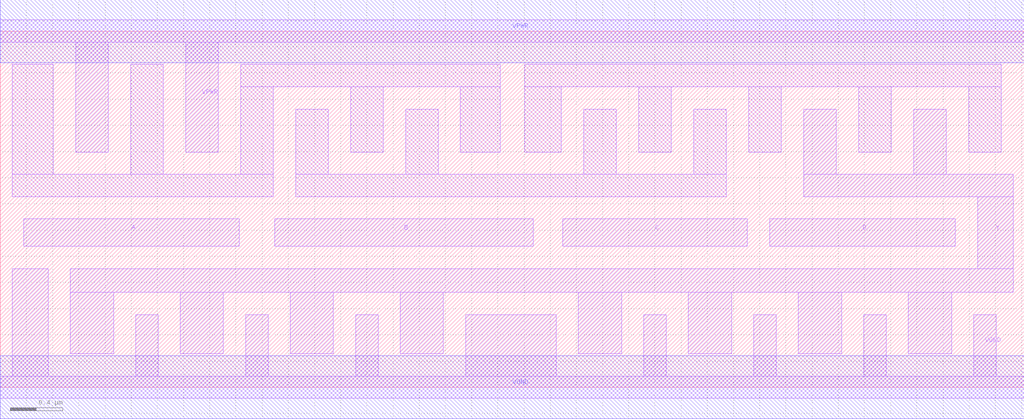
<source format=lef>
# Copyright 2020 The SkyWater PDK Authors
#
# Licensed under the Apache License, Version 2.0 (the "License");
# you may not use this file except in compliance with the License.
# You may obtain a copy of the License at
#
#     https://www.apache.org/licenses/LICENSE-2.0
#
# Unless required by applicable law or agreed to in writing, software
# distributed under the License is distributed on an "AS IS" BASIS,
# WITHOUT WARRANTIES OR CONDITIONS OF ANY KIND, either express or implied.
# See the License for the specific language governing permissions and
# limitations under the License.
#
# SPDX-License-Identifier: Apache-2.0

VERSION 5.5 ;
NAMESCASESENSITIVE ON ;
BUSBITCHARS "[]" ;
DIVIDERCHAR "/" ;
MACRO sky130_fd_sc_hd__nor4_4
  CLASS CORE ;
  SOURCE USER ;
  ORIGIN  0.000000  0.000000 ;
  SIZE  7.820000 BY  2.720000 ;
  SYMMETRY X Y R90 ;
  SITE unithd ;
  PIN A
    ANTENNAGATEAREA  0.990000 ;
    DIRECTION INPUT ;
    USE SIGNAL ;
    PORT
      LAYER li1 ;
        RECT 0.180000 1.075000 1.825000 1.285000 ;
    END
  END A
  PIN B
    ANTENNAGATEAREA  0.990000 ;
    DIRECTION INPUT ;
    USE SIGNAL ;
    PORT
      LAYER li1 ;
        RECT 2.095000 1.075000 4.070000 1.285000 ;
    END
  END B
  PIN C
    ANTENNAGATEAREA  0.990000 ;
    DIRECTION INPUT ;
    USE SIGNAL ;
    PORT
      LAYER li1 ;
        RECT 4.295000 1.075000 5.705000 1.285000 ;
    END
  END C
  PIN D
    ANTENNAGATEAREA  0.990000 ;
    DIRECTION INPUT ;
    USE SIGNAL ;
    PORT
      LAYER li1 ;
        RECT 5.875000 1.075000 7.295000 1.285000 ;
    END
  END D
  PIN Y
    ANTENNADIFFAREA  1.944000 ;
    DIRECTION OUTPUT ;
    USE SIGNAL ;
    PORT
      LAYER li1 ;
        RECT 0.535000 0.255000 0.865000 0.725000 ;
        RECT 0.535000 0.725000 7.735000 0.905000 ;
        RECT 1.375000 0.255000 1.705000 0.725000 ;
        RECT 2.215000 0.255000 2.545000 0.725000 ;
        RECT 3.055000 0.255000 3.385000 0.725000 ;
        RECT 4.415000 0.255000 4.745000 0.725000 ;
        RECT 5.255000 0.255000 5.585000 0.725000 ;
        RECT 6.095000 0.255000 6.425000 0.725000 ;
        RECT 6.135000 1.455000 7.735000 1.625000 ;
        RECT 6.135000 1.625000 6.385000 2.125000 ;
        RECT 6.935000 0.255000 7.265000 0.725000 ;
        RECT 6.975000 1.625000 7.225000 2.125000 ;
        RECT 7.465000 0.905000 7.735000 1.455000 ;
    END
  END Y
  PIN VGND
    DIRECTION INOUT ;
    SHAPE ABUTMENT ;
    USE GROUND ;
    PORT
      LAYER li1 ;
        RECT 0.000000 -0.085000 7.820000 0.085000 ;
        RECT 0.090000  0.085000 0.365000 0.905000 ;
        RECT 1.035000  0.085000 1.205000 0.555000 ;
        RECT 1.875000  0.085000 2.045000 0.555000 ;
        RECT 2.715000  0.085000 2.885000 0.555000 ;
        RECT 3.555000  0.085000 4.245000 0.555000 ;
        RECT 4.915000  0.085000 5.085000 0.555000 ;
        RECT 5.755000  0.085000 5.925000 0.555000 ;
        RECT 6.595000  0.085000 6.765000 0.555000 ;
        RECT 7.435000  0.085000 7.605000 0.555000 ;
    END
    PORT
      LAYER met1 ;
        RECT 0.000000 -0.240000 7.820000 0.240000 ;
    END
  END VGND
  PIN VPWR
    DIRECTION INOUT ;
    SHAPE ABUTMENT ;
    USE POWER ;
    PORT
      LAYER li1 ;
        RECT 0.000000 2.635000 7.820000 2.805000 ;
        RECT 0.575000 1.795000 0.825000 2.635000 ;
        RECT 1.415000 1.795000 1.665000 2.635000 ;
    END
    PORT
      LAYER met1 ;
        RECT 0.000000 2.480000 7.820000 2.960000 ;
    END
  END VPWR
  OBS
    LAYER li1 ;
      RECT 0.090000 1.455000 2.085000 1.625000 ;
      RECT 0.090000 1.625000 0.405000 2.465000 ;
      RECT 0.995000 1.625000 1.245000 2.465000 ;
      RECT 1.835000 1.625000 2.085000 2.295000 ;
      RECT 1.835000 2.295000 3.820000 2.465000 ;
      RECT 2.255000 1.455000 5.545000 1.625000 ;
      RECT 2.255000 1.625000 2.505000 2.125000 ;
      RECT 2.675000 1.795000 2.925000 2.295000 ;
      RECT 3.095000 1.625000 3.345000 2.125000 ;
      RECT 3.515000 1.795000 3.820000 2.295000 ;
      RECT 4.005000 1.795000 4.285000 2.295000 ;
      RECT 4.005000 2.295000 7.645000 2.465000 ;
      RECT 4.455000 1.625000 4.705000 2.125000 ;
      RECT 4.875000 1.795000 5.125000 2.295000 ;
      RECT 5.295000 1.625000 5.545000 2.125000 ;
      RECT 5.715000 1.795000 5.965000 2.295000 ;
      RECT 6.555000 1.795000 6.805000 2.295000 ;
      RECT 7.395000 1.795000 7.645000 2.295000 ;
  END
END sky130_fd_sc_hd__nor4_4
END LIBRARY

</source>
